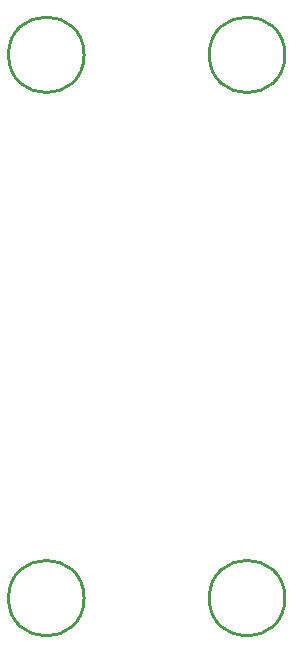
<source format=gbr>
G04*
G04 #@! TF.GenerationSoftware,Altium Limited,Altium Designer,24.5.2 (23)*
G04*
G04 Layer_Color=32896*
%FSLAX25Y25*%
%MOIN*%
G70*
G04*
G04 #@! TF.SameCoordinates,31991F0E-98CA-4A4E-B794-B5AF52ABA4E1*
G04*
G04*
G04 #@! TF.FilePolarity,Positive*
G04*
G01*
G75*
%ADD11C,0.01000*%
D11*
X93307Y13780D02*
G03*
X93307Y13780I-12598J0D01*
G01*
Y194882D02*
G03*
X93307Y194882I-12598J0D01*
G01*
X26378D02*
G03*
X26378Y194882I-12598J0D01*
G01*
Y13780D02*
G03*
X26378Y13780I-12598J0D01*
G01*
M02*

</source>
